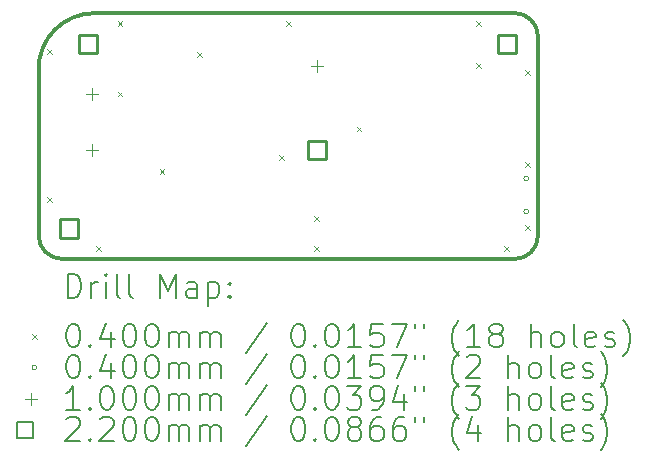
<source format=gbr>
%TF.GenerationSoftware,KiCad,Pcbnew,8.0.5*%
%TF.CreationDate,2024-09-18T07:36:14+09:00*%
%TF.ProjectId,SandyLP_Middle_Isolated_Area,53616e64-794c-4505-9f4d-6964646c655f,v.0*%
%TF.SameCoordinates,Original*%
%TF.FileFunction,Drillmap*%
%TF.FilePolarity,Positive*%
%FSLAX45Y45*%
G04 Gerber Fmt 4.5, Leading zero omitted, Abs format (unit mm)*
G04 Created by KiCad (PCBNEW 8.0.5) date 2024-09-18 07:36:14*
%MOMM*%
%LPD*%
G01*
G04 APERTURE LIST*
%ADD10C,0.300000*%
%ADD11C,0.200000*%
%ADD12C,0.100000*%
%ADD13C,0.220000*%
G04 APERTURE END LIST*
D10*
X2607094Y-5683607D02*
X2607094Y-4278149D01*
X2807093Y-5883607D02*
X6635843Y-5885028D01*
X3083343Y-3801899D02*
X6636843Y-3801899D01*
X6835843Y-5685028D02*
X6836843Y-4001899D01*
X2607094Y-4278149D02*
G75*
G02*
X3083343Y-3801899I476250J0D01*
G01*
X2807093Y-5883607D02*
G75*
G02*
X2607094Y-5683607I0J200000D01*
G01*
X6636843Y-3801899D02*
G75*
G02*
X6836843Y-4001899I4J-199996D01*
G01*
X6835843Y-5685028D02*
G75*
G02*
X6635843Y-5885028I-200000J0D01*
G01*
D11*
D12*
X2681153Y-4109091D02*
X2721153Y-4149091D01*
X2721153Y-4109091D02*
X2681153Y-4149091D01*
X2681153Y-5359248D02*
X2721153Y-5399248D01*
X2721153Y-5359248D02*
X2681153Y-5399248D01*
X3097872Y-5775967D02*
X3137872Y-5815967D01*
X3137872Y-5775967D02*
X3097872Y-5815967D01*
X3276465Y-3870966D02*
X3316465Y-3910966D01*
X3316465Y-3870966D02*
X3276465Y-3910966D01*
X3276465Y-4466279D02*
X3316465Y-4506279D01*
X3316465Y-4466279D02*
X3276465Y-4506279D01*
X3633653Y-5121123D02*
X3673653Y-5161123D01*
X3673653Y-5121123D02*
X3633653Y-5161123D01*
X3948343Y-4131903D02*
X3988343Y-4171903D01*
X3988343Y-4131903D02*
X3948343Y-4171903D01*
X4645685Y-5002060D02*
X4685685Y-5042060D01*
X4685685Y-5002060D02*
X4645685Y-5042060D01*
X4705217Y-3870966D02*
X4745217Y-3910966D01*
X4745217Y-3870966D02*
X4705217Y-3910966D01*
X4943342Y-5521903D02*
X4983342Y-5561903D01*
X4983342Y-5521903D02*
X4943342Y-5561903D01*
X4943344Y-5775965D02*
X4983344Y-5815965D01*
X4983344Y-5775965D02*
X4943344Y-5815965D01*
X5300530Y-4763935D02*
X5340530Y-4803935D01*
X5340530Y-4763935D02*
X5300530Y-4803935D01*
X6312562Y-3870966D02*
X6352562Y-3910966D01*
X6352562Y-3870966D02*
X6312562Y-3910966D01*
X6312562Y-4228153D02*
X6352562Y-4268153D01*
X6352562Y-4228153D02*
X6312562Y-4268153D01*
X6550687Y-5775967D02*
X6590687Y-5815967D01*
X6590687Y-5775967D02*
X6550687Y-5815967D01*
X6729281Y-4287685D02*
X6769281Y-4327685D01*
X6769281Y-4287685D02*
X6729281Y-4327685D01*
X6729281Y-5061592D02*
X6769281Y-5101592D01*
X6769281Y-5061592D02*
X6729281Y-5101592D01*
X6729281Y-5597373D02*
X6769281Y-5637373D01*
X6769281Y-5597373D02*
X6729281Y-5637373D01*
X6755843Y-5202528D02*
G75*
G02*
X6715843Y-5202528I-20000J0D01*
G01*
X6715843Y-5202528D02*
G75*
G02*
X6755843Y-5202528I20000J0D01*
G01*
X6755843Y-5482528D02*
G75*
G02*
X6715843Y-5482528I-20000J0D01*
G01*
X6715843Y-5482528D02*
G75*
G02*
X6755843Y-5482528I20000J0D01*
G01*
X3058343Y-4436278D02*
X3058343Y-4536278D01*
X3008343Y-4486278D02*
X3108343Y-4486278D01*
X3058343Y-4912528D02*
X3058343Y-5012528D01*
X3008343Y-4962528D02*
X3108343Y-4962528D01*
X4963344Y-4198153D02*
X4963344Y-4298153D01*
X4913344Y-4248153D02*
X5013344Y-4248153D01*
D13*
X2943626Y-5702810D02*
X2943626Y-5547246D01*
X2788061Y-5547246D01*
X2788061Y-5702810D01*
X2943626Y-5702810D01*
X3103626Y-4142810D02*
X3103626Y-3987245D01*
X2948061Y-3987245D01*
X2948061Y-4142810D01*
X3103626Y-4142810D01*
X5041126Y-5040311D02*
X5041126Y-4884746D01*
X4885561Y-4884746D01*
X4885561Y-5040311D01*
X5041126Y-5040311D01*
X6653626Y-4142810D02*
X6653626Y-3987245D01*
X6498061Y-3987245D01*
X6498061Y-4142810D01*
X6653626Y-4142810D01*
D11*
X2852870Y-6211512D02*
X2852870Y-6011512D01*
X2852870Y-6011512D02*
X2900489Y-6011512D01*
X2900489Y-6011512D02*
X2929061Y-6021036D01*
X2929061Y-6021036D02*
X2948108Y-6040083D01*
X2948108Y-6040083D02*
X2957632Y-6059131D01*
X2957632Y-6059131D02*
X2967156Y-6097226D01*
X2967156Y-6097226D02*
X2967156Y-6125797D01*
X2967156Y-6125797D02*
X2957632Y-6163893D01*
X2957632Y-6163893D02*
X2948108Y-6182940D01*
X2948108Y-6182940D02*
X2929061Y-6201988D01*
X2929061Y-6201988D02*
X2900489Y-6211512D01*
X2900489Y-6211512D02*
X2852870Y-6211512D01*
X3052870Y-6211512D02*
X3052870Y-6078178D01*
X3052870Y-6116274D02*
X3062394Y-6097226D01*
X3062394Y-6097226D02*
X3071918Y-6087702D01*
X3071918Y-6087702D02*
X3090965Y-6078178D01*
X3090965Y-6078178D02*
X3110013Y-6078178D01*
X3176680Y-6211512D02*
X3176680Y-6078178D01*
X3176680Y-6011512D02*
X3167156Y-6021036D01*
X3167156Y-6021036D02*
X3176680Y-6030559D01*
X3176680Y-6030559D02*
X3186204Y-6021036D01*
X3186204Y-6021036D02*
X3176680Y-6011512D01*
X3176680Y-6011512D02*
X3176680Y-6030559D01*
X3300489Y-6211512D02*
X3281442Y-6201988D01*
X3281442Y-6201988D02*
X3271918Y-6182940D01*
X3271918Y-6182940D02*
X3271918Y-6011512D01*
X3405251Y-6211512D02*
X3386204Y-6201988D01*
X3386204Y-6201988D02*
X3376680Y-6182940D01*
X3376680Y-6182940D02*
X3376680Y-6011512D01*
X3633823Y-6211512D02*
X3633823Y-6011512D01*
X3633823Y-6011512D02*
X3700489Y-6154369D01*
X3700489Y-6154369D02*
X3767156Y-6011512D01*
X3767156Y-6011512D02*
X3767156Y-6211512D01*
X3948108Y-6211512D02*
X3948108Y-6106750D01*
X3948108Y-6106750D02*
X3938585Y-6087702D01*
X3938585Y-6087702D02*
X3919537Y-6078178D01*
X3919537Y-6078178D02*
X3881442Y-6078178D01*
X3881442Y-6078178D02*
X3862394Y-6087702D01*
X3948108Y-6201988D02*
X3929061Y-6211512D01*
X3929061Y-6211512D02*
X3881442Y-6211512D01*
X3881442Y-6211512D02*
X3862394Y-6201988D01*
X3862394Y-6201988D02*
X3852870Y-6182940D01*
X3852870Y-6182940D02*
X3852870Y-6163893D01*
X3852870Y-6163893D02*
X3862394Y-6144845D01*
X3862394Y-6144845D02*
X3881442Y-6135321D01*
X3881442Y-6135321D02*
X3929061Y-6135321D01*
X3929061Y-6135321D02*
X3948108Y-6125797D01*
X4043346Y-6078178D02*
X4043346Y-6278178D01*
X4043346Y-6087702D02*
X4062394Y-6078178D01*
X4062394Y-6078178D02*
X4100489Y-6078178D01*
X4100489Y-6078178D02*
X4119537Y-6087702D01*
X4119537Y-6087702D02*
X4129061Y-6097226D01*
X4129061Y-6097226D02*
X4138585Y-6116274D01*
X4138585Y-6116274D02*
X4138585Y-6173416D01*
X4138585Y-6173416D02*
X4129061Y-6192464D01*
X4129061Y-6192464D02*
X4119537Y-6201988D01*
X4119537Y-6201988D02*
X4100489Y-6211512D01*
X4100489Y-6211512D02*
X4062394Y-6211512D01*
X4062394Y-6211512D02*
X4043346Y-6201988D01*
X4224299Y-6192464D02*
X4233823Y-6201988D01*
X4233823Y-6201988D02*
X4224299Y-6211512D01*
X4224299Y-6211512D02*
X4214775Y-6201988D01*
X4214775Y-6201988D02*
X4224299Y-6192464D01*
X4224299Y-6192464D02*
X4224299Y-6211512D01*
X4224299Y-6087702D02*
X4233823Y-6097226D01*
X4233823Y-6097226D02*
X4224299Y-6106750D01*
X4224299Y-6106750D02*
X4214775Y-6097226D01*
X4214775Y-6097226D02*
X4224299Y-6087702D01*
X4224299Y-6087702D02*
X4224299Y-6106750D01*
D12*
X2552094Y-6520028D02*
X2592094Y-6560028D01*
X2592094Y-6520028D02*
X2552094Y-6560028D01*
D11*
X2890965Y-6431512D02*
X2910013Y-6431512D01*
X2910013Y-6431512D02*
X2929061Y-6441036D01*
X2929061Y-6441036D02*
X2938585Y-6450559D01*
X2938585Y-6450559D02*
X2948108Y-6469607D01*
X2948108Y-6469607D02*
X2957632Y-6507702D01*
X2957632Y-6507702D02*
X2957632Y-6555321D01*
X2957632Y-6555321D02*
X2948108Y-6593416D01*
X2948108Y-6593416D02*
X2938585Y-6612464D01*
X2938585Y-6612464D02*
X2929061Y-6621988D01*
X2929061Y-6621988D02*
X2910013Y-6631512D01*
X2910013Y-6631512D02*
X2890965Y-6631512D01*
X2890965Y-6631512D02*
X2871918Y-6621988D01*
X2871918Y-6621988D02*
X2862394Y-6612464D01*
X2862394Y-6612464D02*
X2852870Y-6593416D01*
X2852870Y-6593416D02*
X2843346Y-6555321D01*
X2843346Y-6555321D02*
X2843346Y-6507702D01*
X2843346Y-6507702D02*
X2852870Y-6469607D01*
X2852870Y-6469607D02*
X2862394Y-6450559D01*
X2862394Y-6450559D02*
X2871918Y-6441036D01*
X2871918Y-6441036D02*
X2890965Y-6431512D01*
X3043346Y-6612464D02*
X3052870Y-6621988D01*
X3052870Y-6621988D02*
X3043346Y-6631512D01*
X3043346Y-6631512D02*
X3033823Y-6621988D01*
X3033823Y-6621988D02*
X3043346Y-6612464D01*
X3043346Y-6612464D02*
X3043346Y-6631512D01*
X3224299Y-6498178D02*
X3224299Y-6631512D01*
X3176680Y-6421988D02*
X3129061Y-6564845D01*
X3129061Y-6564845D02*
X3252870Y-6564845D01*
X3367156Y-6431512D02*
X3386204Y-6431512D01*
X3386204Y-6431512D02*
X3405251Y-6441036D01*
X3405251Y-6441036D02*
X3414775Y-6450559D01*
X3414775Y-6450559D02*
X3424299Y-6469607D01*
X3424299Y-6469607D02*
X3433823Y-6507702D01*
X3433823Y-6507702D02*
X3433823Y-6555321D01*
X3433823Y-6555321D02*
X3424299Y-6593416D01*
X3424299Y-6593416D02*
X3414775Y-6612464D01*
X3414775Y-6612464D02*
X3405251Y-6621988D01*
X3405251Y-6621988D02*
X3386204Y-6631512D01*
X3386204Y-6631512D02*
X3367156Y-6631512D01*
X3367156Y-6631512D02*
X3348108Y-6621988D01*
X3348108Y-6621988D02*
X3338585Y-6612464D01*
X3338585Y-6612464D02*
X3329061Y-6593416D01*
X3329061Y-6593416D02*
X3319537Y-6555321D01*
X3319537Y-6555321D02*
X3319537Y-6507702D01*
X3319537Y-6507702D02*
X3329061Y-6469607D01*
X3329061Y-6469607D02*
X3338585Y-6450559D01*
X3338585Y-6450559D02*
X3348108Y-6441036D01*
X3348108Y-6441036D02*
X3367156Y-6431512D01*
X3557632Y-6431512D02*
X3576680Y-6431512D01*
X3576680Y-6431512D02*
X3595727Y-6441036D01*
X3595727Y-6441036D02*
X3605251Y-6450559D01*
X3605251Y-6450559D02*
X3614775Y-6469607D01*
X3614775Y-6469607D02*
X3624299Y-6507702D01*
X3624299Y-6507702D02*
X3624299Y-6555321D01*
X3624299Y-6555321D02*
X3614775Y-6593416D01*
X3614775Y-6593416D02*
X3605251Y-6612464D01*
X3605251Y-6612464D02*
X3595727Y-6621988D01*
X3595727Y-6621988D02*
X3576680Y-6631512D01*
X3576680Y-6631512D02*
X3557632Y-6631512D01*
X3557632Y-6631512D02*
X3538585Y-6621988D01*
X3538585Y-6621988D02*
X3529061Y-6612464D01*
X3529061Y-6612464D02*
X3519537Y-6593416D01*
X3519537Y-6593416D02*
X3510013Y-6555321D01*
X3510013Y-6555321D02*
X3510013Y-6507702D01*
X3510013Y-6507702D02*
X3519537Y-6469607D01*
X3519537Y-6469607D02*
X3529061Y-6450559D01*
X3529061Y-6450559D02*
X3538585Y-6441036D01*
X3538585Y-6441036D02*
X3557632Y-6431512D01*
X3710013Y-6631512D02*
X3710013Y-6498178D01*
X3710013Y-6517226D02*
X3719537Y-6507702D01*
X3719537Y-6507702D02*
X3738585Y-6498178D01*
X3738585Y-6498178D02*
X3767156Y-6498178D01*
X3767156Y-6498178D02*
X3786204Y-6507702D01*
X3786204Y-6507702D02*
X3795727Y-6526750D01*
X3795727Y-6526750D02*
X3795727Y-6631512D01*
X3795727Y-6526750D02*
X3805251Y-6507702D01*
X3805251Y-6507702D02*
X3824299Y-6498178D01*
X3824299Y-6498178D02*
X3852870Y-6498178D01*
X3852870Y-6498178D02*
X3871918Y-6507702D01*
X3871918Y-6507702D02*
X3881442Y-6526750D01*
X3881442Y-6526750D02*
X3881442Y-6631512D01*
X3976680Y-6631512D02*
X3976680Y-6498178D01*
X3976680Y-6517226D02*
X3986204Y-6507702D01*
X3986204Y-6507702D02*
X4005251Y-6498178D01*
X4005251Y-6498178D02*
X4033823Y-6498178D01*
X4033823Y-6498178D02*
X4052870Y-6507702D01*
X4052870Y-6507702D02*
X4062394Y-6526750D01*
X4062394Y-6526750D02*
X4062394Y-6631512D01*
X4062394Y-6526750D02*
X4071918Y-6507702D01*
X4071918Y-6507702D02*
X4090966Y-6498178D01*
X4090966Y-6498178D02*
X4119537Y-6498178D01*
X4119537Y-6498178D02*
X4138585Y-6507702D01*
X4138585Y-6507702D02*
X4148108Y-6526750D01*
X4148108Y-6526750D02*
X4148108Y-6631512D01*
X4538585Y-6421988D02*
X4367156Y-6679131D01*
X4795728Y-6431512D02*
X4814775Y-6431512D01*
X4814775Y-6431512D02*
X4833823Y-6441036D01*
X4833823Y-6441036D02*
X4843347Y-6450559D01*
X4843347Y-6450559D02*
X4852871Y-6469607D01*
X4852871Y-6469607D02*
X4862394Y-6507702D01*
X4862394Y-6507702D02*
X4862394Y-6555321D01*
X4862394Y-6555321D02*
X4852871Y-6593416D01*
X4852871Y-6593416D02*
X4843347Y-6612464D01*
X4843347Y-6612464D02*
X4833823Y-6621988D01*
X4833823Y-6621988D02*
X4814775Y-6631512D01*
X4814775Y-6631512D02*
X4795728Y-6631512D01*
X4795728Y-6631512D02*
X4776680Y-6621988D01*
X4776680Y-6621988D02*
X4767156Y-6612464D01*
X4767156Y-6612464D02*
X4757632Y-6593416D01*
X4757632Y-6593416D02*
X4748109Y-6555321D01*
X4748109Y-6555321D02*
X4748109Y-6507702D01*
X4748109Y-6507702D02*
X4757632Y-6469607D01*
X4757632Y-6469607D02*
X4767156Y-6450559D01*
X4767156Y-6450559D02*
X4776680Y-6441036D01*
X4776680Y-6441036D02*
X4795728Y-6431512D01*
X4948109Y-6612464D02*
X4957632Y-6621988D01*
X4957632Y-6621988D02*
X4948109Y-6631512D01*
X4948109Y-6631512D02*
X4938585Y-6621988D01*
X4938585Y-6621988D02*
X4948109Y-6612464D01*
X4948109Y-6612464D02*
X4948109Y-6631512D01*
X5081442Y-6431512D02*
X5100490Y-6431512D01*
X5100490Y-6431512D02*
X5119537Y-6441036D01*
X5119537Y-6441036D02*
X5129061Y-6450559D01*
X5129061Y-6450559D02*
X5138585Y-6469607D01*
X5138585Y-6469607D02*
X5148109Y-6507702D01*
X5148109Y-6507702D02*
X5148109Y-6555321D01*
X5148109Y-6555321D02*
X5138585Y-6593416D01*
X5138585Y-6593416D02*
X5129061Y-6612464D01*
X5129061Y-6612464D02*
X5119537Y-6621988D01*
X5119537Y-6621988D02*
X5100490Y-6631512D01*
X5100490Y-6631512D02*
X5081442Y-6631512D01*
X5081442Y-6631512D02*
X5062394Y-6621988D01*
X5062394Y-6621988D02*
X5052871Y-6612464D01*
X5052871Y-6612464D02*
X5043347Y-6593416D01*
X5043347Y-6593416D02*
X5033823Y-6555321D01*
X5033823Y-6555321D02*
X5033823Y-6507702D01*
X5033823Y-6507702D02*
X5043347Y-6469607D01*
X5043347Y-6469607D02*
X5052871Y-6450559D01*
X5052871Y-6450559D02*
X5062394Y-6441036D01*
X5062394Y-6441036D02*
X5081442Y-6431512D01*
X5338585Y-6631512D02*
X5224299Y-6631512D01*
X5281442Y-6631512D02*
X5281442Y-6431512D01*
X5281442Y-6431512D02*
X5262394Y-6460083D01*
X5262394Y-6460083D02*
X5243347Y-6479131D01*
X5243347Y-6479131D02*
X5224299Y-6488655D01*
X5519537Y-6431512D02*
X5424299Y-6431512D01*
X5424299Y-6431512D02*
X5414775Y-6526750D01*
X5414775Y-6526750D02*
X5424299Y-6517226D01*
X5424299Y-6517226D02*
X5443347Y-6507702D01*
X5443347Y-6507702D02*
X5490966Y-6507702D01*
X5490966Y-6507702D02*
X5510013Y-6517226D01*
X5510013Y-6517226D02*
X5519537Y-6526750D01*
X5519537Y-6526750D02*
X5529061Y-6545797D01*
X5529061Y-6545797D02*
X5529061Y-6593416D01*
X5529061Y-6593416D02*
X5519537Y-6612464D01*
X5519537Y-6612464D02*
X5510013Y-6621988D01*
X5510013Y-6621988D02*
X5490966Y-6631512D01*
X5490966Y-6631512D02*
X5443347Y-6631512D01*
X5443347Y-6631512D02*
X5424299Y-6621988D01*
X5424299Y-6621988D02*
X5414775Y-6612464D01*
X5595728Y-6431512D02*
X5729061Y-6431512D01*
X5729061Y-6431512D02*
X5643347Y-6631512D01*
X5795728Y-6431512D02*
X5795728Y-6469607D01*
X5871918Y-6431512D02*
X5871918Y-6469607D01*
X6167156Y-6707702D02*
X6157632Y-6698178D01*
X6157632Y-6698178D02*
X6138585Y-6669607D01*
X6138585Y-6669607D02*
X6129061Y-6650559D01*
X6129061Y-6650559D02*
X6119537Y-6621988D01*
X6119537Y-6621988D02*
X6110013Y-6574369D01*
X6110013Y-6574369D02*
X6110013Y-6536274D01*
X6110013Y-6536274D02*
X6119537Y-6488655D01*
X6119537Y-6488655D02*
X6129061Y-6460083D01*
X6129061Y-6460083D02*
X6138585Y-6441036D01*
X6138585Y-6441036D02*
X6157632Y-6412464D01*
X6157632Y-6412464D02*
X6167156Y-6402940D01*
X6348109Y-6631512D02*
X6233823Y-6631512D01*
X6290966Y-6631512D02*
X6290966Y-6431512D01*
X6290966Y-6431512D02*
X6271918Y-6460083D01*
X6271918Y-6460083D02*
X6252871Y-6479131D01*
X6252871Y-6479131D02*
X6233823Y-6488655D01*
X6462394Y-6517226D02*
X6443347Y-6507702D01*
X6443347Y-6507702D02*
X6433823Y-6498178D01*
X6433823Y-6498178D02*
X6424299Y-6479131D01*
X6424299Y-6479131D02*
X6424299Y-6469607D01*
X6424299Y-6469607D02*
X6433823Y-6450559D01*
X6433823Y-6450559D02*
X6443347Y-6441036D01*
X6443347Y-6441036D02*
X6462394Y-6431512D01*
X6462394Y-6431512D02*
X6500490Y-6431512D01*
X6500490Y-6431512D02*
X6519537Y-6441036D01*
X6519537Y-6441036D02*
X6529061Y-6450559D01*
X6529061Y-6450559D02*
X6538585Y-6469607D01*
X6538585Y-6469607D02*
X6538585Y-6479131D01*
X6538585Y-6479131D02*
X6529061Y-6498178D01*
X6529061Y-6498178D02*
X6519537Y-6507702D01*
X6519537Y-6507702D02*
X6500490Y-6517226D01*
X6500490Y-6517226D02*
X6462394Y-6517226D01*
X6462394Y-6517226D02*
X6443347Y-6526750D01*
X6443347Y-6526750D02*
X6433823Y-6536274D01*
X6433823Y-6536274D02*
X6424299Y-6555321D01*
X6424299Y-6555321D02*
X6424299Y-6593416D01*
X6424299Y-6593416D02*
X6433823Y-6612464D01*
X6433823Y-6612464D02*
X6443347Y-6621988D01*
X6443347Y-6621988D02*
X6462394Y-6631512D01*
X6462394Y-6631512D02*
X6500490Y-6631512D01*
X6500490Y-6631512D02*
X6519537Y-6621988D01*
X6519537Y-6621988D02*
X6529061Y-6612464D01*
X6529061Y-6612464D02*
X6538585Y-6593416D01*
X6538585Y-6593416D02*
X6538585Y-6555321D01*
X6538585Y-6555321D02*
X6529061Y-6536274D01*
X6529061Y-6536274D02*
X6519537Y-6526750D01*
X6519537Y-6526750D02*
X6500490Y-6517226D01*
X6776680Y-6631512D02*
X6776680Y-6431512D01*
X6862394Y-6631512D02*
X6862394Y-6526750D01*
X6862394Y-6526750D02*
X6852871Y-6507702D01*
X6852871Y-6507702D02*
X6833823Y-6498178D01*
X6833823Y-6498178D02*
X6805252Y-6498178D01*
X6805252Y-6498178D02*
X6786204Y-6507702D01*
X6786204Y-6507702D02*
X6776680Y-6517226D01*
X6986204Y-6631512D02*
X6967156Y-6621988D01*
X6967156Y-6621988D02*
X6957633Y-6612464D01*
X6957633Y-6612464D02*
X6948109Y-6593416D01*
X6948109Y-6593416D02*
X6948109Y-6536274D01*
X6948109Y-6536274D02*
X6957633Y-6517226D01*
X6957633Y-6517226D02*
X6967156Y-6507702D01*
X6967156Y-6507702D02*
X6986204Y-6498178D01*
X6986204Y-6498178D02*
X7014775Y-6498178D01*
X7014775Y-6498178D02*
X7033823Y-6507702D01*
X7033823Y-6507702D02*
X7043347Y-6517226D01*
X7043347Y-6517226D02*
X7052871Y-6536274D01*
X7052871Y-6536274D02*
X7052871Y-6593416D01*
X7052871Y-6593416D02*
X7043347Y-6612464D01*
X7043347Y-6612464D02*
X7033823Y-6621988D01*
X7033823Y-6621988D02*
X7014775Y-6631512D01*
X7014775Y-6631512D02*
X6986204Y-6631512D01*
X7167156Y-6631512D02*
X7148109Y-6621988D01*
X7148109Y-6621988D02*
X7138585Y-6602940D01*
X7138585Y-6602940D02*
X7138585Y-6431512D01*
X7319537Y-6621988D02*
X7300490Y-6631512D01*
X7300490Y-6631512D02*
X7262394Y-6631512D01*
X7262394Y-6631512D02*
X7243347Y-6621988D01*
X7243347Y-6621988D02*
X7233823Y-6602940D01*
X7233823Y-6602940D02*
X7233823Y-6526750D01*
X7233823Y-6526750D02*
X7243347Y-6507702D01*
X7243347Y-6507702D02*
X7262394Y-6498178D01*
X7262394Y-6498178D02*
X7300490Y-6498178D01*
X7300490Y-6498178D02*
X7319537Y-6507702D01*
X7319537Y-6507702D02*
X7329061Y-6526750D01*
X7329061Y-6526750D02*
X7329061Y-6545797D01*
X7329061Y-6545797D02*
X7233823Y-6564845D01*
X7405252Y-6621988D02*
X7424299Y-6631512D01*
X7424299Y-6631512D02*
X7462394Y-6631512D01*
X7462394Y-6631512D02*
X7481442Y-6621988D01*
X7481442Y-6621988D02*
X7490966Y-6602940D01*
X7490966Y-6602940D02*
X7490966Y-6593416D01*
X7490966Y-6593416D02*
X7481442Y-6574369D01*
X7481442Y-6574369D02*
X7462394Y-6564845D01*
X7462394Y-6564845D02*
X7433823Y-6564845D01*
X7433823Y-6564845D02*
X7414775Y-6555321D01*
X7414775Y-6555321D02*
X7405252Y-6536274D01*
X7405252Y-6536274D02*
X7405252Y-6526750D01*
X7405252Y-6526750D02*
X7414775Y-6507702D01*
X7414775Y-6507702D02*
X7433823Y-6498178D01*
X7433823Y-6498178D02*
X7462394Y-6498178D01*
X7462394Y-6498178D02*
X7481442Y-6507702D01*
X7557633Y-6707702D02*
X7567156Y-6698178D01*
X7567156Y-6698178D02*
X7586204Y-6669607D01*
X7586204Y-6669607D02*
X7595728Y-6650559D01*
X7595728Y-6650559D02*
X7605252Y-6621988D01*
X7605252Y-6621988D02*
X7614775Y-6574369D01*
X7614775Y-6574369D02*
X7614775Y-6536274D01*
X7614775Y-6536274D02*
X7605252Y-6488655D01*
X7605252Y-6488655D02*
X7595728Y-6460083D01*
X7595728Y-6460083D02*
X7586204Y-6441036D01*
X7586204Y-6441036D02*
X7567156Y-6412464D01*
X7567156Y-6412464D02*
X7557633Y-6402940D01*
D12*
X2592094Y-6804028D02*
G75*
G02*
X2552094Y-6804028I-20000J0D01*
G01*
X2552094Y-6804028D02*
G75*
G02*
X2592094Y-6804028I20000J0D01*
G01*
D11*
X2890965Y-6695512D02*
X2910013Y-6695512D01*
X2910013Y-6695512D02*
X2929061Y-6705036D01*
X2929061Y-6705036D02*
X2938585Y-6714559D01*
X2938585Y-6714559D02*
X2948108Y-6733607D01*
X2948108Y-6733607D02*
X2957632Y-6771702D01*
X2957632Y-6771702D02*
X2957632Y-6819321D01*
X2957632Y-6819321D02*
X2948108Y-6857416D01*
X2948108Y-6857416D02*
X2938585Y-6876464D01*
X2938585Y-6876464D02*
X2929061Y-6885988D01*
X2929061Y-6885988D02*
X2910013Y-6895512D01*
X2910013Y-6895512D02*
X2890965Y-6895512D01*
X2890965Y-6895512D02*
X2871918Y-6885988D01*
X2871918Y-6885988D02*
X2862394Y-6876464D01*
X2862394Y-6876464D02*
X2852870Y-6857416D01*
X2852870Y-6857416D02*
X2843346Y-6819321D01*
X2843346Y-6819321D02*
X2843346Y-6771702D01*
X2843346Y-6771702D02*
X2852870Y-6733607D01*
X2852870Y-6733607D02*
X2862394Y-6714559D01*
X2862394Y-6714559D02*
X2871918Y-6705036D01*
X2871918Y-6705036D02*
X2890965Y-6695512D01*
X3043346Y-6876464D02*
X3052870Y-6885988D01*
X3052870Y-6885988D02*
X3043346Y-6895512D01*
X3043346Y-6895512D02*
X3033823Y-6885988D01*
X3033823Y-6885988D02*
X3043346Y-6876464D01*
X3043346Y-6876464D02*
X3043346Y-6895512D01*
X3224299Y-6762178D02*
X3224299Y-6895512D01*
X3176680Y-6685988D02*
X3129061Y-6828845D01*
X3129061Y-6828845D02*
X3252870Y-6828845D01*
X3367156Y-6695512D02*
X3386204Y-6695512D01*
X3386204Y-6695512D02*
X3405251Y-6705036D01*
X3405251Y-6705036D02*
X3414775Y-6714559D01*
X3414775Y-6714559D02*
X3424299Y-6733607D01*
X3424299Y-6733607D02*
X3433823Y-6771702D01*
X3433823Y-6771702D02*
X3433823Y-6819321D01*
X3433823Y-6819321D02*
X3424299Y-6857416D01*
X3424299Y-6857416D02*
X3414775Y-6876464D01*
X3414775Y-6876464D02*
X3405251Y-6885988D01*
X3405251Y-6885988D02*
X3386204Y-6895512D01*
X3386204Y-6895512D02*
X3367156Y-6895512D01*
X3367156Y-6895512D02*
X3348108Y-6885988D01*
X3348108Y-6885988D02*
X3338585Y-6876464D01*
X3338585Y-6876464D02*
X3329061Y-6857416D01*
X3329061Y-6857416D02*
X3319537Y-6819321D01*
X3319537Y-6819321D02*
X3319537Y-6771702D01*
X3319537Y-6771702D02*
X3329061Y-6733607D01*
X3329061Y-6733607D02*
X3338585Y-6714559D01*
X3338585Y-6714559D02*
X3348108Y-6705036D01*
X3348108Y-6705036D02*
X3367156Y-6695512D01*
X3557632Y-6695512D02*
X3576680Y-6695512D01*
X3576680Y-6695512D02*
X3595727Y-6705036D01*
X3595727Y-6705036D02*
X3605251Y-6714559D01*
X3605251Y-6714559D02*
X3614775Y-6733607D01*
X3614775Y-6733607D02*
X3624299Y-6771702D01*
X3624299Y-6771702D02*
X3624299Y-6819321D01*
X3624299Y-6819321D02*
X3614775Y-6857416D01*
X3614775Y-6857416D02*
X3605251Y-6876464D01*
X3605251Y-6876464D02*
X3595727Y-6885988D01*
X3595727Y-6885988D02*
X3576680Y-6895512D01*
X3576680Y-6895512D02*
X3557632Y-6895512D01*
X3557632Y-6895512D02*
X3538585Y-6885988D01*
X3538585Y-6885988D02*
X3529061Y-6876464D01*
X3529061Y-6876464D02*
X3519537Y-6857416D01*
X3519537Y-6857416D02*
X3510013Y-6819321D01*
X3510013Y-6819321D02*
X3510013Y-6771702D01*
X3510013Y-6771702D02*
X3519537Y-6733607D01*
X3519537Y-6733607D02*
X3529061Y-6714559D01*
X3529061Y-6714559D02*
X3538585Y-6705036D01*
X3538585Y-6705036D02*
X3557632Y-6695512D01*
X3710013Y-6895512D02*
X3710013Y-6762178D01*
X3710013Y-6781226D02*
X3719537Y-6771702D01*
X3719537Y-6771702D02*
X3738585Y-6762178D01*
X3738585Y-6762178D02*
X3767156Y-6762178D01*
X3767156Y-6762178D02*
X3786204Y-6771702D01*
X3786204Y-6771702D02*
X3795727Y-6790750D01*
X3795727Y-6790750D02*
X3795727Y-6895512D01*
X3795727Y-6790750D02*
X3805251Y-6771702D01*
X3805251Y-6771702D02*
X3824299Y-6762178D01*
X3824299Y-6762178D02*
X3852870Y-6762178D01*
X3852870Y-6762178D02*
X3871918Y-6771702D01*
X3871918Y-6771702D02*
X3881442Y-6790750D01*
X3881442Y-6790750D02*
X3881442Y-6895512D01*
X3976680Y-6895512D02*
X3976680Y-6762178D01*
X3976680Y-6781226D02*
X3986204Y-6771702D01*
X3986204Y-6771702D02*
X4005251Y-6762178D01*
X4005251Y-6762178D02*
X4033823Y-6762178D01*
X4033823Y-6762178D02*
X4052870Y-6771702D01*
X4052870Y-6771702D02*
X4062394Y-6790750D01*
X4062394Y-6790750D02*
X4062394Y-6895512D01*
X4062394Y-6790750D02*
X4071918Y-6771702D01*
X4071918Y-6771702D02*
X4090966Y-6762178D01*
X4090966Y-6762178D02*
X4119537Y-6762178D01*
X4119537Y-6762178D02*
X4138585Y-6771702D01*
X4138585Y-6771702D02*
X4148108Y-6790750D01*
X4148108Y-6790750D02*
X4148108Y-6895512D01*
X4538585Y-6685988D02*
X4367156Y-6943131D01*
X4795728Y-6695512D02*
X4814775Y-6695512D01*
X4814775Y-6695512D02*
X4833823Y-6705036D01*
X4833823Y-6705036D02*
X4843347Y-6714559D01*
X4843347Y-6714559D02*
X4852871Y-6733607D01*
X4852871Y-6733607D02*
X4862394Y-6771702D01*
X4862394Y-6771702D02*
X4862394Y-6819321D01*
X4862394Y-6819321D02*
X4852871Y-6857416D01*
X4852871Y-6857416D02*
X4843347Y-6876464D01*
X4843347Y-6876464D02*
X4833823Y-6885988D01*
X4833823Y-6885988D02*
X4814775Y-6895512D01*
X4814775Y-6895512D02*
X4795728Y-6895512D01*
X4795728Y-6895512D02*
X4776680Y-6885988D01*
X4776680Y-6885988D02*
X4767156Y-6876464D01*
X4767156Y-6876464D02*
X4757632Y-6857416D01*
X4757632Y-6857416D02*
X4748109Y-6819321D01*
X4748109Y-6819321D02*
X4748109Y-6771702D01*
X4748109Y-6771702D02*
X4757632Y-6733607D01*
X4757632Y-6733607D02*
X4767156Y-6714559D01*
X4767156Y-6714559D02*
X4776680Y-6705036D01*
X4776680Y-6705036D02*
X4795728Y-6695512D01*
X4948109Y-6876464D02*
X4957632Y-6885988D01*
X4957632Y-6885988D02*
X4948109Y-6895512D01*
X4948109Y-6895512D02*
X4938585Y-6885988D01*
X4938585Y-6885988D02*
X4948109Y-6876464D01*
X4948109Y-6876464D02*
X4948109Y-6895512D01*
X5081442Y-6695512D02*
X5100490Y-6695512D01*
X5100490Y-6695512D02*
X5119537Y-6705036D01*
X5119537Y-6705036D02*
X5129061Y-6714559D01*
X5129061Y-6714559D02*
X5138585Y-6733607D01*
X5138585Y-6733607D02*
X5148109Y-6771702D01*
X5148109Y-6771702D02*
X5148109Y-6819321D01*
X5148109Y-6819321D02*
X5138585Y-6857416D01*
X5138585Y-6857416D02*
X5129061Y-6876464D01*
X5129061Y-6876464D02*
X5119537Y-6885988D01*
X5119537Y-6885988D02*
X5100490Y-6895512D01*
X5100490Y-6895512D02*
X5081442Y-6895512D01*
X5081442Y-6895512D02*
X5062394Y-6885988D01*
X5062394Y-6885988D02*
X5052871Y-6876464D01*
X5052871Y-6876464D02*
X5043347Y-6857416D01*
X5043347Y-6857416D02*
X5033823Y-6819321D01*
X5033823Y-6819321D02*
X5033823Y-6771702D01*
X5033823Y-6771702D02*
X5043347Y-6733607D01*
X5043347Y-6733607D02*
X5052871Y-6714559D01*
X5052871Y-6714559D02*
X5062394Y-6705036D01*
X5062394Y-6705036D02*
X5081442Y-6695512D01*
X5338585Y-6895512D02*
X5224299Y-6895512D01*
X5281442Y-6895512D02*
X5281442Y-6695512D01*
X5281442Y-6695512D02*
X5262394Y-6724083D01*
X5262394Y-6724083D02*
X5243347Y-6743131D01*
X5243347Y-6743131D02*
X5224299Y-6752655D01*
X5519537Y-6695512D02*
X5424299Y-6695512D01*
X5424299Y-6695512D02*
X5414775Y-6790750D01*
X5414775Y-6790750D02*
X5424299Y-6781226D01*
X5424299Y-6781226D02*
X5443347Y-6771702D01*
X5443347Y-6771702D02*
X5490966Y-6771702D01*
X5490966Y-6771702D02*
X5510013Y-6781226D01*
X5510013Y-6781226D02*
X5519537Y-6790750D01*
X5519537Y-6790750D02*
X5529061Y-6809797D01*
X5529061Y-6809797D02*
X5529061Y-6857416D01*
X5529061Y-6857416D02*
X5519537Y-6876464D01*
X5519537Y-6876464D02*
X5510013Y-6885988D01*
X5510013Y-6885988D02*
X5490966Y-6895512D01*
X5490966Y-6895512D02*
X5443347Y-6895512D01*
X5443347Y-6895512D02*
X5424299Y-6885988D01*
X5424299Y-6885988D02*
X5414775Y-6876464D01*
X5595728Y-6695512D02*
X5729061Y-6695512D01*
X5729061Y-6695512D02*
X5643347Y-6895512D01*
X5795728Y-6695512D02*
X5795728Y-6733607D01*
X5871918Y-6695512D02*
X5871918Y-6733607D01*
X6167156Y-6971702D02*
X6157632Y-6962178D01*
X6157632Y-6962178D02*
X6138585Y-6933607D01*
X6138585Y-6933607D02*
X6129061Y-6914559D01*
X6129061Y-6914559D02*
X6119537Y-6885988D01*
X6119537Y-6885988D02*
X6110013Y-6838369D01*
X6110013Y-6838369D02*
X6110013Y-6800274D01*
X6110013Y-6800274D02*
X6119537Y-6752655D01*
X6119537Y-6752655D02*
X6129061Y-6724083D01*
X6129061Y-6724083D02*
X6138585Y-6705036D01*
X6138585Y-6705036D02*
X6157632Y-6676464D01*
X6157632Y-6676464D02*
X6167156Y-6666940D01*
X6233823Y-6714559D02*
X6243347Y-6705036D01*
X6243347Y-6705036D02*
X6262394Y-6695512D01*
X6262394Y-6695512D02*
X6310013Y-6695512D01*
X6310013Y-6695512D02*
X6329061Y-6705036D01*
X6329061Y-6705036D02*
X6338585Y-6714559D01*
X6338585Y-6714559D02*
X6348109Y-6733607D01*
X6348109Y-6733607D02*
X6348109Y-6752655D01*
X6348109Y-6752655D02*
X6338585Y-6781226D01*
X6338585Y-6781226D02*
X6224299Y-6895512D01*
X6224299Y-6895512D02*
X6348109Y-6895512D01*
X6586204Y-6895512D02*
X6586204Y-6695512D01*
X6671918Y-6895512D02*
X6671918Y-6790750D01*
X6671918Y-6790750D02*
X6662394Y-6771702D01*
X6662394Y-6771702D02*
X6643347Y-6762178D01*
X6643347Y-6762178D02*
X6614775Y-6762178D01*
X6614775Y-6762178D02*
X6595728Y-6771702D01*
X6595728Y-6771702D02*
X6586204Y-6781226D01*
X6795728Y-6895512D02*
X6776680Y-6885988D01*
X6776680Y-6885988D02*
X6767156Y-6876464D01*
X6767156Y-6876464D02*
X6757633Y-6857416D01*
X6757633Y-6857416D02*
X6757633Y-6800274D01*
X6757633Y-6800274D02*
X6767156Y-6781226D01*
X6767156Y-6781226D02*
X6776680Y-6771702D01*
X6776680Y-6771702D02*
X6795728Y-6762178D01*
X6795728Y-6762178D02*
X6824299Y-6762178D01*
X6824299Y-6762178D02*
X6843347Y-6771702D01*
X6843347Y-6771702D02*
X6852871Y-6781226D01*
X6852871Y-6781226D02*
X6862394Y-6800274D01*
X6862394Y-6800274D02*
X6862394Y-6857416D01*
X6862394Y-6857416D02*
X6852871Y-6876464D01*
X6852871Y-6876464D02*
X6843347Y-6885988D01*
X6843347Y-6885988D02*
X6824299Y-6895512D01*
X6824299Y-6895512D02*
X6795728Y-6895512D01*
X6976680Y-6895512D02*
X6957633Y-6885988D01*
X6957633Y-6885988D02*
X6948109Y-6866940D01*
X6948109Y-6866940D02*
X6948109Y-6695512D01*
X7129061Y-6885988D02*
X7110014Y-6895512D01*
X7110014Y-6895512D02*
X7071918Y-6895512D01*
X7071918Y-6895512D02*
X7052871Y-6885988D01*
X7052871Y-6885988D02*
X7043347Y-6866940D01*
X7043347Y-6866940D02*
X7043347Y-6790750D01*
X7043347Y-6790750D02*
X7052871Y-6771702D01*
X7052871Y-6771702D02*
X7071918Y-6762178D01*
X7071918Y-6762178D02*
X7110014Y-6762178D01*
X7110014Y-6762178D02*
X7129061Y-6771702D01*
X7129061Y-6771702D02*
X7138585Y-6790750D01*
X7138585Y-6790750D02*
X7138585Y-6809797D01*
X7138585Y-6809797D02*
X7043347Y-6828845D01*
X7214775Y-6885988D02*
X7233823Y-6895512D01*
X7233823Y-6895512D02*
X7271918Y-6895512D01*
X7271918Y-6895512D02*
X7290966Y-6885988D01*
X7290966Y-6885988D02*
X7300490Y-6866940D01*
X7300490Y-6866940D02*
X7300490Y-6857416D01*
X7300490Y-6857416D02*
X7290966Y-6838369D01*
X7290966Y-6838369D02*
X7271918Y-6828845D01*
X7271918Y-6828845D02*
X7243347Y-6828845D01*
X7243347Y-6828845D02*
X7224299Y-6819321D01*
X7224299Y-6819321D02*
X7214775Y-6800274D01*
X7214775Y-6800274D02*
X7214775Y-6790750D01*
X7214775Y-6790750D02*
X7224299Y-6771702D01*
X7224299Y-6771702D02*
X7243347Y-6762178D01*
X7243347Y-6762178D02*
X7271918Y-6762178D01*
X7271918Y-6762178D02*
X7290966Y-6771702D01*
X7367156Y-6971702D02*
X7376680Y-6962178D01*
X7376680Y-6962178D02*
X7395728Y-6933607D01*
X7395728Y-6933607D02*
X7405252Y-6914559D01*
X7405252Y-6914559D02*
X7414775Y-6885988D01*
X7414775Y-6885988D02*
X7424299Y-6838369D01*
X7424299Y-6838369D02*
X7424299Y-6800274D01*
X7424299Y-6800274D02*
X7414775Y-6752655D01*
X7414775Y-6752655D02*
X7405252Y-6724083D01*
X7405252Y-6724083D02*
X7395728Y-6705036D01*
X7395728Y-6705036D02*
X7376680Y-6676464D01*
X7376680Y-6676464D02*
X7367156Y-6666940D01*
D12*
X2542094Y-7018028D02*
X2542094Y-7118028D01*
X2492094Y-7068028D02*
X2592094Y-7068028D01*
D11*
X2957632Y-7159512D02*
X2843346Y-7159512D01*
X2900489Y-7159512D02*
X2900489Y-6959512D01*
X2900489Y-6959512D02*
X2881442Y-6988083D01*
X2881442Y-6988083D02*
X2862394Y-7007131D01*
X2862394Y-7007131D02*
X2843346Y-7016655D01*
X3043346Y-7140464D02*
X3052870Y-7149988D01*
X3052870Y-7149988D02*
X3043346Y-7159512D01*
X3043346Y-7159512D02*
X3033823Y-7149988D01*
X3033823Y-7149988D02*
X3043346Y-7140464D01*
X3043346Y-7140464D02*
X3043346Y-7159512D01*
X3176680Y-6959512D02*
X3195727Y-6959512D01*
X3195727Y-6959512D02*
X3214775Y-6969036D01*
X3214775Y-6969036D02*
X3224299Y-6978559D01*
X3224299Y-6978559D02*
X3233823Y-6997607D01*
X3233823Y-6997607D02*
X3243346Y-7035702D01*
X3243346Y-7035702D02*
X3243346Y-7083321D01*
X3243346Y-7083321D02*
X3233823Y-7121416D01*
X3233823Y-7121416D02*
X3224299Y-7140464D01*
X3224299Y-7140464D02*
X3214775Y-7149988D01*
X3214775Y-7149988D02*
X3195727Y-7159512D01*
X3195727Y-7159512D02*
X3176680Y-7159512D01*
X3176680Y-7159512D02*
X3157632Y-7149988D01*
X3157632Y-7149988D02*
X3148108Y-7140464D01*
X3148108Y-7140464D02*
X3138585Y-7121416D01*
X3138585Y-7121416D02*
X3129061Y-7083321D01*
X3129061Y-7083321D02*
X3129061Y-7035702D01*
X3129061Y-7035702D02*
X3138585Y-6997607D01*
X3138585Y-6997607D02*
X3148108Y-6978559D01*
X3148108Y-6978559D02*
X3157632Y-6969036D01*
X3157632Y-6969036D02*
X3176680Y-6959512D01*
X3367156Y-6959512D02*
X3386204Y-6959512D01*
X3386204Y-6959512D02*
X3405251Y-6969036D01*
X3405251Y-6969036D02*
X3414775Y-6978559D01*
X3414775Y-6978559D02*
X3424299Y-6997607D01*
X3424299Y-6997607D02*
X3433823Y-7035702D01*
X3433823Y-7035702D02*
X3433823Y-7083321D01*
X3433823Y-7083321D02*
X3424299Y-7121416D01*
X3424299Y-7121416D02*
X3414775Y-7140464D01*
X3414775Y-7140464D02*
X3405251Y-7149988D01*
X3405251Y-7149988D02*
X3386204Y-7159512D01*
X3386204Y-7159512D02*
X3367156Y-7159512D01*
X3367156Y-7159512D02*
X3348108Y-7149988D01*
X3348108Y-7149988D02*
X3338585Y-7140464D01*
X3338585Y-7140464D02*
X3329061Y-7121416D01*
X3329061Y-7121416D02*
X3319537Y-7083321D01*
X3319537Y-7083321D02*
X3319537Y-7035702D01*
X3319537Y-7035702D02*
X3329061Y-6997607D01*
X3329061Y-6997607D02*
X3338585Y-6978559D01*
X3338585Y-6978559D02*
X3348108Y-6969036D01*
X3348108Y-6969036D02*
X3367156Y-6959512D01*
X3557632Y-6959512D02*
X3576680Y-6959512D01*
X3576680Y-6959512D02*
X3595727Y-6969036D01*
X3595727Y-6969036D02*
X3605251Y-6978559D01*
X3605251Y-6978559D02*
X3614775Y-6997607D01*
X3614775Y-6997607D02*
X3624299Y-7035702D01*
X3624299Y-7035702D02*
X3624299Y-7083321D01*
X3624299Y-7083321D02*
X3614775Y-7121416D01*
X3614775Y-7121416D02*
X3605251Y-7140464D01*
X3605251Y-7140464D02*
X3595727Y-7149988D01*
X3595727Y-7149988D02*
X3576680Y-7159512D01*
X3576680Y-7159512D02*
X3557632Y-7159512D01*
X3557632Y-7159512D02*
X3538585Y-7149988D01*
X3538585Y-7149988D02*
X3529061Y-7140464D01*
X3529061Y-7140464D02*
X3519537Y-7121416D01*
X3519537Y-7121416D02*
X3510013Y-7083321D01*
X3510013Y-7083321D02*
X3510013Y-7035702D01*
X3510013Y-7035702D02*
X3519537Y-6997607D01*
X3519537Y-6997607D02*
X3529061Y-6978559D01*
X3529061Y-6978559D02*
X3538585Y-6969036D01*
X3538585Y-6969036D02*
X3557632Y-6959512D01*
X3710013Y-7159512D02*
X3710013Y-7026178D01*
X3710013Y-7045226D02*
X3719537Y-7035702D01*
X3719537Y-7035702D02*
X3738585Y-7026178D01*
X3738585Y-7026178D02*
X3767156Y-7026178D01*
X3767156Y-7026178D02*
X3786204Y-7035702D01*
X3786204Y-7035702D02*
X3795727Y-7054750D01*
X3795727Y-7054750D02*
X3795727Y-7159512D01*
X3795727Y-7054750D02*
X3805251Y-7035702D01*
X3805251Y-7035702D02*
X3824299Y-7026178D01*
X3824299Y-7026178D02*
X3852870Y-7026178D01*
X3852870Y-7026178D02*
X3871918Y-7035702D01*
X3871918Y-7035702D02*
X3881442Y-7054750D01*
X3881442Y-7054750D02*
X3881442Y-7159512D01*
X3976680Y-7159512D02*
X3976680Y-7026178D01*
X3976680Y-7045226D02*
X3986204Y-7035702D01*
X3986204Y-7035702D02*
X4005251Y-7026178D01*
X4005251Y-7026178D02*
X4033823Y-7026178D01*
X4033823Y-7026178D02*
X4052870Y-7035702D01*
X4052870Y-7035702D02*
X4062394Y-7054750D01*
X4062394Y-7054750D02*
X4062394Y-7159512D01*
X4062394Y-7054750D02*
X4071918Y-7035702D01*
X4071918Y-7035702D02*
X4090966Y-7026178D01*
X4090966Y-7026178D02*
X4119537Y-7026178D01*
X4119537Y-7026178D02*
X4138585Y-7035702D01*
X4138585Y-7035702D02*
X4148108Y-7054750D01*
X4148108Y-7054750D02*
X4148108Y-7159512D01*
X4538585Y-6949988D02*
X4367156Y-7207131D01*
X4795728Y-6959512D02*
X4814775Y-6959512D01*
X4814775Y-6959512D02*
X4833823Y-6969036D01*
X4833823Y-6969036D02*
X4843347Y-6978559D01*
X4843347Y-6978559D02*
X4852871Y-6997607D01*
X4852871Y-6997607D02*
X4862394Y-7035702D01*
X4862394Y-7035702D02*
X4862394Y-7083321D01*
X4862394Y-7083321D02*
X4852871Y-7121416D01*
X4852871Y-7121416D02*
X4843347Y-7140464D01*
X4843347Y-7140464D02*
X4833823Y-7149988D01*
X4833823Y-7149988D02*
X4814775Y-7159512D01*
X4814775Y-7159512D02*
X4795728Y-7159512D01*
X4795728Y-7159512D02*
X4776680Y-7149988D01*
X4776680Y-7149988D02*
X4767156Y-7140464D01*
X4767156Y-7140464D02*
X4757632Y-7121416D01*
X4757632Y-7121416D02*
X4748109Y-7083321D01*
X4748109Y-7083321D02*
X4748109Y-7035702D01*
X4748109Y-7035702D02*
X4757632Y-6997607D01*
X4757632Y-6997607D02*
X4767156Y-6978559D01*
X4767156Y-6978559D02*
X4776680Y-6969036D01*
X4776680Y-6969036D02*
X4795728Y-6959512D01*
X4948109Y-7140464D02*
X4957632Y-7149988D01*
X4957632Y-7149988D02*
X4948109Y-7159512D01*
X4948109Y-7159512D02*
X4938585Y-7149988D01*
X4938585Y-7149988D02*
X4948109Y-7140464D01*
X4948109Y-7140464D02*
X4948109Y-7159512D01*
X5081442Y-6959512D02*
X5100490Y-6959512D01*
X5100490Y-6959512D02*
X5119537Y-6969036D01*
X5119537Y-6969036D02*
X5129061Y-6978559D01*
X5129061Y-6978559D02*
X5138585Y-6997607D01*
X5138585Y-6997607D02*
X5148109Y-7035702D01*
X5148109Y-7035702D02*
X5148109Y-7083321D01*
X5148109Y-7083321D02*
X5138585Y-7121416D01*
X5138585Y-7121416D02*
X5129061Y-7140464D01*
X5129061Y-7140464D02*
X5119537Y-7149988D01*
X5119537Y-7149988D02*
X5100490Y-7159512D01*
X5100490Y-7159512D02*
X5081442Y-7159512D01*
X5081442Y-7159512D02*
X5062394Y-7149988D01*
X5062394Y-7149988D02*
X5052871Y-7140464D01*
X5052871Y-7140464D02*
X5043347Y-7121416D01*
X5043347Y-7121416D02*
X5033823Y-7083321D01*
X5033823Y-7083321D02*
X5033823Y-7035702D01*
X5033823Y-7035702D02*
X5043347Y-6997607D01*
X5043347Y-6997607D02*
X5052871Y-6978559D01*
X5052871Y-6978559D02*
X5062394Y-6969036D01*
X5062394Y-6969036D02*
X5081442Y-6959512D01*
X5214775Y-6959512D02*
X5338585Y-6959512D01*
X5338585Y-6959512D02*
X5271918Y-7035702D01*
X5271918Y-7035702D02*
X5300490Y-7035702D01*
X5300490Y-7035702D02*
X5319537Y-7045226D01*
X5319537Y-7045226D02*
X5329061Y-7054750D01*
X5329061Y-7054750D02*
X5338585Y-7073797D01*
X5338585Y-7073797D02*
X5338585Y-7121416D01*
X5338585Y-7121416D02*
X5329061Y-7140464D01*
X5329061Y-7140464D02*
X5319537Y-7149988D01*
X5319537Y-7149988D02*
X5300490Y-7159512D01*
X5300490Y-7159512D02*
X5243347Y-7159512D01*
X5243347Y-7159512D02*
X5224299Y-7149988D01*
X5224299Y-7149988D02*
X5214775Y-7140464D01*
X5433823Y-7159512D02*
X5471918Y-7159512D01*
X5471918Y-7159512D02*
X5490966Y-7149988D01*
X5490966Y-7149988D02*
X5500490Y-7140464D01*
X5500490Y-7140464D02*
X5519537Y-7111893D01*
X5519537Y-7111893D02*
X5529061Y-7073797D01*
X5529061Y-7073797D02*
X5529061Y-6997607D01*
X5529061Y-6997607D02*
X5519537Y-6978559D01*
X5519537Y-6978559D02*
X5510013Y-6969036D01*
X5510013Y-6969036D02*
X5490966Y-6959512D01*
X5490966Y-6959512D02*
X5452871Y-6959512D01*
X5452871Y-6959512D02*
X5433823Y-6969036D01*
X5433823Y-6969036D02*
X5424299Y-6978559D01*
X5424299Y-6978559D02*
X5414775Y-6997607D01*
X5414775Y-6997607D02*
X5414775Y-7045226D01*
X5414775Y-7045226D02*
X5424299Y-7064274D01*
X5424299Y-7064274D02*
X5433823Y-7073797D01*
X5433823Y-7073797D02*
X5452871Y-7083321D01*
X5452871Y-7083321D02*
X5490966Y-7083321D01*
X5490966Y-7083321D02*
X5510013Y-7073797D01*
X5510013Y-7073797D02*
X5519537Y-7064274D01*
X5519537Y-7064274D02*
X5529061Y-7045226D01*
X5700490Y-7026178D02*
X5700490Y-7159512D01*
X5652870Y-6949988D02*
X5605251Y-7092845D01*
X5605251Y-7092845D02*
X5729061Y-7092845D01*
X5795728Y-6959512D02*
X5795728Y-6997607D01*
X5871918Y-6959512D02*
X5871918Y-6997607D01*
X6167156Y-7235702D02*
X6157632Y-7226178D01*
X6157632Y-7226178D02*
X6138585Y-7197607D01*
X6138585Y-7197607D02*
X6129061Y-7178559D01*
X6129061Y-7178559D02*
X6119537Y-7149988D01*
X6119537Y-7149988D02*
X6110013Y-7102369D01*
X6110013Y-7102369D02*
X6110013Y-7064274D01*
X6110013Y-7064274D02*
X6119537Y-7016655D01*
X6119537Y-7016655D02*
X6129061Y-6988083D01*
X6129061Y-6988083D02*
X6138585Y-6969036D01*
X6138585Y-6969036D02*
X6157632Y-6940464D01*
X6157632Y-6940464D02*
X6167156Y-6930940D01*
X6224299Y-6959512D02*
X6348109Y-6959512D01*
X6348109Y-6959512D02*
X6281442Y-7035702D01*
X6281442Y-7035702D02*
X6310013Y-7035702D01*
X6310013Y-7035702D02*
X6329061Y-7045226D01*
X6329061Y-7045226D02*
X6338585Y-7054750D01*
X6338585Y-7054750D02*
X6348109Y-7073797D01*
X6348109Y-7073797D02*
X6348109Y-7121416D01*
X6348109Y-7121416D02*
X6338585Y-7140464D01*
X6338585Y-7140464D02*
X6329061Y-7149988D01*
X6329061Y-7149988D02*
X6310013Y-7159512D01*
X6310013Y-7159512D02*
X6252871Y-7159512D01*
X6252871Y-7159512D02*
X6233823Y-7149988D01*
X6233823Y-7149988D02*
X6224299Y-7140464D01*
X6586204Y-7159512D02*
X6586204Y-6959512D01*
X6671918Y-7159512D02*
X6671918Y-7054750D01*
X6671918Y-7054750D02*
X6662394Y-7035702D01*
X6662394Y-7035702D02*
X6643347Y-7026178D01*
X6643347Y-7026178D02*
X6614775Y-7026178D01*
X6614775Y-7026178D02*
X6595728Y-7035702D01*
X6595728Y-7035702D02*
X6586204Y-7045226D01*
X6795728Y-7159512D02*
X6776680Y-7149988D01*
X6776680Y-7149988D02*
X6767156Y-7140464D01*
X6767156Y-7140464D02*
X6757633Y-7121416D01*
X6757633Y-7121416D02*
X6757633Y-7064274D01*
X6757633Y-7064274D02*
X6767156Y-7045226D01*
X6767156Y-7045226D02*
X6776680Y-7035702D01*
X6776680Y-7035702D02*
X6795728Y-7026178D01*
X6795728Y-7026178D02*
X6824299Y-7026178D01*
X6824299Y-7026178D02*
X6843347Y-7035702D01*
X6843347Y-7035702D02*
X6852871Y-7045226D01*
X6852871Y-7045226D02*
X6862394Y-7064274D01*
X6862394Y-7064274D02*
X6862394Y-7121416D01*
X6862394Y-7121416D02*
X6852871Y-7140464D01*
X6852871Y-7140464D02*
X6843347Y-7149988D01*
X6843347Y-7149988D02*
X6824299Y-7159512D01*
X6824299Y-7159512D02*
X6795728Y-7159512D01*
X6976680Y-7159512D02*
X6957633Y-7149988D01*
X6957633Y-7149988D02*
X6948109Y-7130940D01*
X6948109Y-7130940D02*
X6948109Y-6959512D01*
X7129061Y-7149988D02*
X7110014Y-7159512D01*
X7110014Y-7159512D02*
X7071918Y-7159512D01*
X7071918Y-7159512D02*
X7052871Y-7149988D01*
X7052871Y-7149988D02*
X7043347Y-7130940D01*
X7043347Y-7130940D02*
X7043347Y-7054750D01*
X7043347Y-7054750D02*
X7052871Y-7035702D01*
X7052871Y-7035702D02*
X7071918Y-7026178D01*
X7071918Y-7026178D02*
X7110014Y-7026178D01*
X7110014Y-7026178D02*
X7129061Y-7035702D01*
X7129061Y-7035702D02*
X7138585Y-7054750D01*
X7138585Y-7054750D02*
X7138585Y-7073797D01*
X7138585Y-7073797D02*
X7043347Y-7092845D01*
X7214775Y-7149988D02*
X7233823Y-7159512D01*
X7233823Y-7159512D02*
X7271918Y-7159512D01*
X7271918Y-7159512D02*
X7290966Y-7149988D01*
X7290966Y-7149988D02*
X7300490Y-7130940D01*
X7300490Y-7130940D02*
X7300490Y-7121416D01*
X7300490Y-7121416D02*
X7290966Y-7102369D01*
X7290966Y-7102369D02*
X7271918Y-7092845D01*
X7271918Y-7092845D02*
X7243347Y-7092845D01*
X7243347Y-7092845D02*
X7224299Y-7083321D01*
X7224299Y-7083321D02*
X7214775Y-7064274D01*
X7214775Y-7064274D02*
X7214775Y-7054750D01*
X7214775Y-7054750D02*
X7224299Y-7035702D01*
X7224299Y-7035702D02*
X7243347Y-7026178D01*
X7243347Y-7026178D02*
X7271918Y-7026178D01*
X7271918Y-7026178D02*
X7290966Y-7035702D01*
X7367156Y-7235702D02*
X7376680Y-7226178D01*
X7376680Y-7226178D02*
X7395728Y-7197607D01*
X7395728Y-7197607D02*
X7405252Y-7178559D01*
X7405252Y-7178559D02*
X7414775Y-7149988D01*
X7414775Y-7149988D02*
X7424299Y-7102369D01*
X7424299Y-7102369D02*
X7424299Y-7064274D01*
X7424299Y-7064274D02*
X7414775Y-7016655D01*
X7414775Y-7016655D02*
X7405252Y-6988083D01*
X7405252Y-6988083D02*
X7395728Y-6969036D01*
X7395728Y-6969036D02*
X7376680Y-6940464D01*
X7376680Y-6940464D02*
X7367156Y-6930940D01*
X2562805Y-7402739D02*
X2562805Y-7261317D01*
X2421382Y-7261317D01*
X2421382Y-7402739D01*
X2562805Y-7402739D01*
X2843346Y-7242559D02*
X2852870Y-7233036D01*
X2852870Y-7233036D02*
X2871918Y-7223512D01*
X2871918Y-7223512D02*
X2919537Y-7223512D01*
X2919537Y-7223512D02*
X2938585Y-7233036D01*
X2938585Y-7233036D02*
X2948108Y-7242559D01*
X2948108Y-7242559D02*
X2957632Y-7261607D01*
X2957632Y-7261607D02*
X2957632Y-7280655D01*
X2957632Y-7280655D02*
X2948108Y-7309226D01*
X2948108Y-7309226D02*
X2833823Y-7423512D01*
X2833823Y-7423512D02*
X2957632Y-7423512D01*
X3043346Y-7404464D02*
X3052870Y-7413988D01*
X3052870Y-7413988D02*
X3043346Y-7423512D01*
X3043346Y-7423512D02*
X3033823Y-7413988D01*
X3033823Y-7413988D02*
X3043346Y-7404464D01*
X3043346Y-7404464D02*
X3043346Y-7423512D01*
X3129061Y-7242559D02*
X3138585Y-7233036D01*
X3138585Y-7233036D02*
X3157632Y-7223512D01*
X3157632Y-7223512D02*
X3205251Y-7223512D01*
X3205251Y-7223512D02*
X3224299Y-7233036D01*
X3224299Y-7233036D02*
X3233823Y-7242559D01*
X3233823Y-7242559D02*
X3243346Y-7261607D01*
X3243346Y-7261607D02*
X3243346Y-7280655D01*
X3243346Y-7280655D02*
X3233823Y-7309226D01*
X3233823Y-7309226D02*
X3119537Y-7423512D01*
X3119537Y-7423512D02*
X3243346Y-7423512D01*
X3367156Y-7223512D02*
X3386204Y-7223512D01*
X3386204Y-7223512D02*
X3405251Y-7233036D01*
X3405251Y-7233036D02*
X3414775Y-7242559D01*
X3414775Y-7242559D02*
X3424299Y-7261607D01*
X3424299Y-7261607D02*
X3433823Y-7299702D01*
X3433823Y-7299702D02*
X3433823Y-7347321D01*
X3433823Y-7347321D02*
X3424299Y-7385416D01*
X3424299Y-7385416D02*
X3414775Y-7404464D01*
X3414775Y-7404464D02*
X3405251Y-7413988D01*
X3405251Y-7413988D02*
X3386204Y-7423512D01*
X3386204Y-7423512D02*
X3367156Y-7423512D01*
X3367156Y-7423512D02*
X3348108Y-7413988D01*
X3348108Y-7413988D02*
X3338585Y-7404464D01*
X3338585Y-7404464D02*
X3329061Y-7385416D01*
X3329061Y-7385416D02*
X3319537Y-7347321D01*
X3319537Y-7347321D02*
X3319537Y-7299702D01*
X3319537Y-7299702D02*
X3329061Y-7261607D01*
X3329061Y-7261607D02*
X3338585Y-7242559D01*
X3338585Y-7242559D02*
X3348108Y-7233036D01*
X3348108Y-7233036D02*
X3367156Y-7223512D01*
X3557632Y-7223512D02*
X3576680Y-7223512D01*
X3576680Y-7223512D02*
X3595727Y-7233036D01*
X3595727Y-7233036D02*
X3605251Y-7242559D01*
X3605251Y-7242559D02*
X3614775Y-7261607D01*
X3614775Y-7261607D02*
X3624299Y-7299702D01*
X3624299Y-7299702D02*
X3624299Y-7347321D01*
X3624299Y-7347321D02*
X3614775Y-7385416D01*
X3614775Y-7385416D02*
X3605251Y-7404464D01*
X3605251Y-7404464D02*
X3595727Y-7413988D01*
X3595727Y-7413988D02*
X3576680Y-7423512D01*
X3576680Y-7423512D02*
X3557632Y-7423512D01*
X3557632Y-7423512D02*
X3538585Y-7413988D01*
X3538585Y-7413988D02*
X3529061Y-7404464D01*
X3529061Y-7404464D02*
X3519537Y-7385416D01*
X3519537Y-7385416D02*
X3510013Y-7347321D01*
X3510013Y-7347321D02*
X3510013Y-7299702D01*
X3510013Y-7299702D02*
X3519537Y-7261607D01*
X3519537Y-7261607D02*
X3529061Y-7242559D01*
X3529061Y-7242559D02*
X3538585Y-7233036D01*
X3538585Y-7233036D02*
X3557632Y-7223512D01*
X3710013Y-7423512D02*
X3710013Y-7290178D01*
X3710013Y-7309226D02*
X3719537Y-7299702D01*
X3719537Y-7299702D02*
X3738585Y-7290178D01*
X3738585Y-7290178D02*
X3767156Y-7290178D01*
X3767156Y-7290178D02*
X3786204Y-7299702D01*
X3786204Y-7299702D02*
X3795727Y-7318750D01*
X3795727Y-7318750D02*
X3795727Y-7423512D01*
X3795727Y-7318750D02*
X3805251Y-7299702D01*
X3805251Y-7299702D02*
X3824299Y-7290178D01*
X3824299Y-7290178D02*
X3852870Y-7290178D01*
X3852870Y-7290178D02*
X3871918Y-7299702D01*
X3871918Y-7299702D02*
X3881442Y-7318750D01*
X3881442Y-7318750D02*
X3881442Y-7423512D01*
X3976680Y-7423512D02*
X3976680Y-7290178D01*
X3976680Y-7309226D02*
X3986204Y-7299702D01*
X3986204Y-7299702D02*
X4005251Y-7290178D01*
X4005251Y-7290178D02*
X4033823Y-7290178D01*
X4033823Y-7290178D02*
X4052870Y-7299702D01*
X4052870Y-7299702D02*
X4062394Y-7318750D01*
X4062394Y-7318750D02*
X4062394Y-7423512D01*
X4062394Y-7318750D02*
X4071918Y-7299702D01*
X4071918Y-7299702D02*
X4090966Y-7290178D01*
X4090966Y-7290178D02*
X4119537Y-7290178D01*
X4119537Y-7290178D02*
X4138585Y-7299702D01*
X4138585Y-7299702D02*
X4148108Y-7318750D01*
X4148108Y-7318750D02*
X4148108Y-7423512D01*
X4538585Y-7213988D02*
X4367156Y-7471131D01*
X4795728Y-7223512D02*
X4814775Y-7223512D01*
X4814775Y-7223512D02*
X4833823Y-7233036D01*
X4833823Y-7233036D02*
X4843347Y-7242559D01*
X4843347Y-7242559D02*
X4852871Y-7261607D01*
X4852871Y-7261607D02*
X4862394Y-7299702D01*
X4862394Y-7299702D02*
X4862394Y-7347321D01*
X4862394Y-7347321D02*
X4852871Y-7385416D01*
X4852871Y-7385416D02*
X4843347Y-7404464D01*
X4843347Y-7404464D02*
X4833823Y-7413988D01*
X4833823Y-7413988D02*
X4814775Y-7423512D01*
X4814775Y-7423512D02*
X4795728Y-7423512D01*
X4795728Y-7423512D02*
X4776680Y-7413988D01*
X4776680Y-7413988D02*
X4767156Y-7404464D01*
X4767156Y-7404464D02*
X4757632Y-7385416D01*
X4757632Y-7385416D02*
X4748109Y-7347321D01*
X4748109Y-7347321D02*
X4748109Y-7299702D01*
X4748109Y-7299702D02*
X4757632Y-7261607D01*
X4757632Y-7261607D02*
X4767156Y-7242559D01*
X4767156Y-7242559D02*
X4776680Y-7233036D01*
X4776680Y-7233036D02*
X4795728Y-7223512D01*
X4948109Y-7404464D02*
X4957632Y-7413988D01*
X4957632Y-7413988D02*
X4948109Y-7423512D01*
X4948109Y-7423512D02*
X4938585Y-7413988D01*
X4938585Y-7413988D02*
X4948109Y-7404464D01*
X4948109Y-7404464D02*
X4948109Y-7423512D01*
X5081442Y-7223512D02*
X5100490Y-7223512D01*
X5100490Y-7223512D02*
X5119537Y-7233036D01*
X5119537Y-7233036D02*
X5129061Y-7242559D01*
X5129061Y-7242559D02*
X5138585Y-7261607D01*
X5138585Y-7261607D02*
X5148109Y-7299702D01*
X5148109Y-7299702D02*
X5148109Y-7347321D01*
X5148109Y-7347321D02*
X5138585Y-7385416D01*
X5138585Y-7385416D02*
X5129061Y-7404464D01*
X5129061Y-7404464D02*
X5119537Y-7413988D01*
X5119537Y-7413988D02*
X5100490Y-7423512D01*
X5100490Y-7423512D02*
X5081442Y-7423512D01*
X5081442Y-7423512D02*
X5062394Y-7413988D01*
X5062394Y-7413988D02*
X5052871Y-7404464D01*
X5052871Y-7404464D02*
X5043347Y-7385416D01*
X5043347Y-7385416D02*
X5033823Y-7347321D01*
X5033823Y-7347321D02*
X5033823Y-7299702D01*
X5033823Y-7299702D02*
X5043347Y-7261607D01*
X5043347Y-7261607D02*
X5052871Y-7242559D01*
X5052871Y-7242559D02*
X5062394Y-7233036D01*
X5062394Y-7233036D02*
X5081442Y-7223512D01*
X5262394Y-7309226D02*
X5243347Y-7299702D01*
X5243347Y-7299702D02*
X5233823Y-7290178D01*
X5233823Y-7290178D02*
X5224299Y-7271131D01*
X5224299Y-7271131D02*
X5224299Y-7261607D01*
X5224299Y-7261607D02*
X5233823Y-7242559D01*
X5233823Y-7242559D02*
X5243347Y-7233036D01*
X5243347Y-7233036D02*
X5262394Y-7223512D01*
X5262394Y-7223512D02*
X5300490Y-7223512D01*
X5300490Y-7223512D02*
X5319537Y-7233036D01*
X5319537Y-7233036D02*
X5329061Y-7242559D01*
X5329061Y-7242559D02*
X5338585Y-7261607D01*
X5338585Y-7261607D02*
X5338585Y-7271131D01*
X5338585Y-7271131D02*
X5329061Y-7290178D01*
X5329061Y-7290178D02*
X5319537Y-7299702D01*
X5319537Y-7299702D02*
X5300490Y-7309226D01*
X5300490Y-7309226D02*
X5262394Y-7309226D01*
X5262394Y-7309226D02*
X5243347Y-7318750D01*
X5243347Y-7318750D02*
X5233823Y-7328274D01*
X5233823Y-7328274D02*
X5224299Y-7347321D01*
X5224299Y-7347321D02*
X5224299Y-7385416D01*
X5224299Y-7385416D02*
X5233823Y-7404464D01*
X5233823Y-7404464D02*
X5243347Y-7413988D01*
X5243347Y-7413988D02*
X5262394Y-7423512D01*
X5262394Y-7423512D02*
X5300490Y-7423512D01*
X5300490Y-7423512D02*
X5319537Y-7413988D01*
X5319537Y-7413988D02*
X5329061Y-7404464D01*
X5329061Y-7404464D02*
X5338585Y-7385416D01*
X5338585Y-7385416D02*
X5338585Y-7347321D01*
X5338585Y-7347321D02*
X5329061Y-7328274D01*
X5329061Y-7328274D02*
X5319537Y-7318750D01*
X5319537Y-7318750D02*
X5300490Y-7309226D01*
X5510013Y-7223512D02*
X5471918Y-7223512D01*
X5471918Y-7223512D02*
X5452871Y-7233036D01*
X5452871Y-7233036D02*
X5443347Y-7242559D01*
X5443347Y-7242559D02*
X5424299Y-7271131D01*
X5424299Y-7271131D02*
X5414775Y-7309226D01*
X5414775Y-7309226D02*
X5414775Y-7385416D01*
X5414775Y-7385416D02*
X5424299Y-7404464D01*
X5424299Y-7404464D02*
X5433823Y-7413988D01*
X5433823Y-7413988D02*
X5452871Y-7423512D01*
X5452871Y-7423512D02*
X5490966Y-7423512D01*
X5490966Y-7423512D02*
X5510013Y-7413988D01*
X5510013Y-7413988D02*
X5519537Y-7404464D01*
X5519537Y-7404464D02*
X5529061Y-7385416D01*
X5529061Y-7385416D02*
X5529061Y-7337797D01*
X5529061Y-7337797D02*
X5519537Y-7318750D01*
X5519537Y-7318750D02*
X5510013Y-7309226D01*
X5510013Y-7309226D02*
X5490966Y-7299702D01*
X5490966Y-7299702D02*
X5452871Y-7299702D01*
X5452871Y-7299702D02*
X5433823Y-7309226D01*
X5433823Y-7309226D02*
X5424299Y-7318750D01*
X5424299Y-7318750D02*
X5414775Y-7337797D01*
X5700490Y-7223512D02*
X5662394Y-7223512D01*
X5662394Y-7223512D02*
X5643347Y-7233036D01*
X5643347Y-7233036D02*
X5633823Y-7242559D01*
X5633823Y-7242559D02*
X5614775Y-7271131D01*
X5614775Y-7271131D02*
X5605251Y-7309226D01*
X5605251Y-7309226D02*
X5605251Y-7385416D01*
X5605251Y-7385416D02*
X5614775Y-7404464D01*
X5614775Y-7404464D02*
X5624299Y-7413988D01*
X5624299Y-7413988D02*
X5643347Y-7423512D01*
X5643347Y-7423512D02*
X5681442Y-7423512D01*
X5681442Y-7423512D02*
X5700490Y-7413988D01*
X5700490Y-7413988D02*
X5710013Y-7404464D01*
X5710013Y-7404464D02*
X5719537Y-7385416D01*
X5719537Y-7385416D02*
X5719537Y-7337797D01*
X5719537Y-7337797D02*
X5710013Y-7318750D01*
X5710013Y-7318750D02*
X5700490Y-7309226D01*
X5700490Y-7309226D02*
X5681442Y-7299702D01*
X5681442Y-7299702D02*
X5643347Y-7299702D01*
X5643347Y-7299702D02*
X5624299Y-7309226D01*
X5624299Y-7309226D02*
X5614775Y-7318750D01*
X5614775Y-7318750D02*
X5605251Y-7337797D01*
X5795728Y-7223512D02*
X5795728Y-7261607D01*
X5871918Y-7223512D02*
X5871918Y-7261607D01*
X6167156Y-7499702D02*
X6157632Y-7490178D01*
X6157632Y-7490178D02*
X6138585Y-7461607D01*
X6138585Y-7461607D02*
X6129061Y-7442559D01*
X6129061Y-7442559D02*
X6119537Y-7413988D01*
X6119537Y-7413988D02*
X6110013Y-7366369D01*
X6110013Y-7366369D02*
X6110013Y-7328274D01*
X6110013Y-7328274D02*
X6119537Y-7280655D01*
X6119537Y-7280655D02*
X6129061Y-7252083D01*
X6129061Y-7252083D02*
X6138585Y-7233036D01*
X6138585Y-7233036D02*
X6157632Y-7204464D01*
X6157632Y-7204464D02*
X6167156Y-7194940D01*
X6329061Y-7290178D02*
X6329061Y-7423512D01*
X6281442Y-7213988D02*
X6233823Y-7356845D01*
X6233823Y-7356845D02*
X6357632Y-7356845D01*
X6586204Y-7423512D02*
X6586204Y-7223512D01*
X6671918Y-7423512D02*
X6671918Y-7318750D01*
X6671918Y-7318750D02*
X6662394Y-7299702D01*
X6662394Y-7299702D02*
X6643347Y-7290178D01*
X6643347Y-7290178D02*
X6614775Y-7290178D01*
X6614775Y-7290178D02*
X6595728Y-7299702D01*
X6595728Y-7299702D02*
X6586204Y-7309226D01*
X6795728Y-7423512D02*
X6776680Y-7413988D01*
X6776680Y-7413988D02*
X6767156Y-7404464D01*
X6767156Y-7404464D02*
X6757633Y-7385416D01*
X6757633Y-7385416D02*
X6757633Y-7328274D01*
X6757633Y-7328274D02*
X6767156Y-7309226D01*
X6767156Y-7309226D02*
X6776680Y-7299702D01*
X6776680Y-7299702D02*
X6795728Y-7290178D01*
X6795728Y-7290178D02*
X6824299Y-7290178D01*
X6824299Y-7290178D02*
X6843347Y-7299702D01*
X6843347Y-7299702D02*
X6852871Y-7309226D01*
X6852871Y-7309226D02*
X6862394Y-7328274D01*
X6862394Y-7328274D02*
X6862394Y-7385416D01*
X6862394Y-7385416D02*
X6852871Y-7404464D01*
X6852871Y-7404464D02*
X6843347Y-7413988D01*
X6843347Y-7413988D02*
X6824299Y-7423512D01*
X6824299Y-7423512D02*
X6795728Y-7423512D01*
X6976680Y-7423512D02*
X6957633Y-7413988D01*
X6957633Y-7413988D02*
X6948109Y-7394940D01*
X6948109Y-7394940D02*
X6948109Y-7223512D01*
X7129061Y-7413988D02*
X7110014Y-7423512D01*
X7110014Y-7423512D02*
X7071918Y-7423512D01*
X7071918Y-7423512D02*
X7052871Y-7413988D01*
X7052871Y-7413988D02*
X7043347Y-7394940D01*
X7043347Y-7394940D02*
X7043347Y-7318750D01*
X7043347Y-7318750D02*
X7052871Y-7299702D01*
X7052871Y-7299702D02*
X7071918Y-7290178D01*
X7071918Y-7290178D02*
X7110014Y-7290178D01*
X7110014Y-7290178D02*
X7129061Y-7299702D01*
X7129061Y-7299702D02*
X7138585Y-7318750D01*
X7138585Y-7318750D02*
X7138585Y-7337797D01*
X7138585Y-7337797D02*
X7043347Y-7356845D01*
X7214775Y-7413988D02*
X7233823Y-7423512D01*
X7233823Y-7423512D02*
X7271918Y-7423512D01*
X7271918Y-7423512D02*
X7290966Y-7413988D01*
X7290966Y-7413988D02*
X7300490Y-7394940D01*
X7300490Y-7394940D02*
X7300490Y-7385416D01*
X7300490Y-7385416D02*
X7290966Y-7366369D01*
X7290966Y-7366369D02*
X7271918Y-7356845D01*
X7271918Y-7356845D02*
X7243347Y-7356845D01*
X7243347Y-7356845D02*
X7224299Y-7347321D01*
X7224299Y-7347321D02*
X7214775Y-7328274D01*
X7214775Y-7328274D02*
X7214775Y-7318750D01*
X7214775Y-7318750D02*
X7224299Y-7299702D01*
X7224299Y-7299702D02*
X7243347Y-7290178D01*
X7243347Y-7290178D02*
X7271918Y-7290178D01*
X7271918Y-7290178D02*
X7290966Y-7299702D01*
X7367156Y-7499702D02*
X7376680Y-7490178D01*
X7376680Y-7490178D02*
X7395728Y-7461607D01*
X7395728Y-7461607D02*
X7405252Y-7442559D01*
X7405252Y-7442559D02*
X7414775Y-7413988D01*
X7414775Y-7413988D02*
X7424299Y-7366369D01*
X7424299Y-7366369D02*
X7424299Y-7328274D01*
X7424299Y-7328274D02*
X7414775Y-7280655D01*
X7414775Y-7280655D02*
X7405252Y-7252083D01*
X7405252Y-7252083D02*
X7395728Y-7233036D01*
X7395728Y-7233036D02*
X7376680Y-7204464D01*
X7376680Y-7204464D02*
X7367156Y-7194940D01*
M02*

</source>
